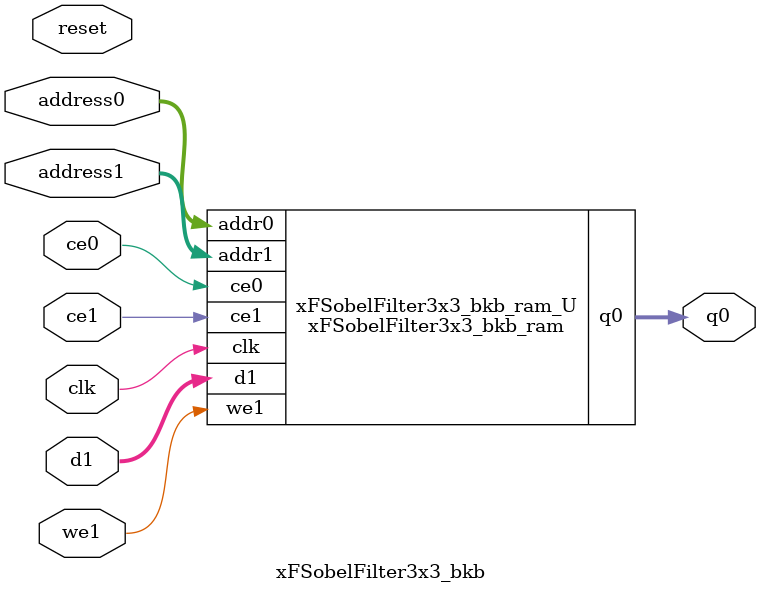
<source format=v>
`timescale 1 ns / 1 ps
module xFSobelFilter3x3_bkb_ram (addr0, ce0, q0, addr1, ce1, d1, we1,  clk);

parameter DWIDTH = 8;
parameter AWIDTH = 11;
parameter MEM_SIZE = 1920;

input[AWIDTH-1:0] addr0;
input ce0;
output reg[DWIDTH-1:0] q0;
input[AWIDTH-1:0] addr1;
input ce1;
input[DWIDTH-1:0] d1;
input we1;
input clk;

(* ram_style = "block" *)reg [DWIDTH-1:0] ram[0:MEM_SIZE-1];




always @(posedge clk)  
begin 
    if (ce0) begin
        q0 <= ram[addr0];
    end
end


always @(posedge clk)  
begin 
    if (ce1) begin
        if (we1) 
            ram[addr1] <= d1; 
    end
end


endmodule

`timescale 1 ns / 1 ps
module xFSobelFilter3x3_bkb(
    reset,
    clk,
    address0,
    ce0,
    q0,
    address1,
    ce1,
    we1,
    d1);

parameter DataWidth = 32'd8;
parameter AddressRange = 32'd1920;
parameter AddressWidth = 32'd11;
input reset;
input clk;
input[AddressWidth - 1:0] address0;
input ce0;
output[DataWidth - 1:0] q0;
input[AddressWidth - 1:0] address1;
input ce1;
input we1;
input[DataWidth - 1:0] d1;



xFSobelFilter3x3_bkb_ram xFSobelFilter3x3_bkb_ram_U(
    .clk( clk ),
    .addr0( address0 ),
    .ce0( ce0 ),
    .q0( q0 ),
    .addr1( address1 ),
    .ce1( ce1 ),
    .we1( we1 ),
    .d1( d1 ));

endmodule










































































































































































































</source>
